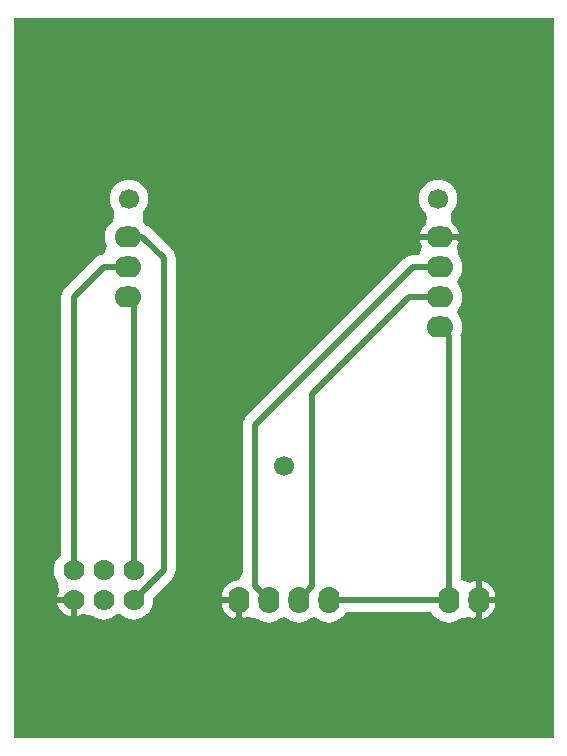
<source format=gbl>
%FSLAX25Y25*%
%MOIN*%
G70*
G01*
G75*
G04 Layer_Physical_Order=2*
G04 Layer_Color=16711680*
%ADD10C,0.02000*%
%ADD11O,0.07000X0.09000*%
%ADD12C,0.07000*%
%ADD13O,0.09000X0.07000*%
%ADD14C,0.06693*%
G36*
X280000Y100000D02*
X100000D01*
Y340000D01*
X280000D01*
Y100000D01*
D02*
G37*
%LPC*%
G36*
X119000Y145000D02*
X114584D01*
X114642Y144564D01*
X115196Y143226D01*
X116077Y142077D01*
X117226Y141196D01*
X118564Y140642D01*
X119000Y140584D01*
Y145000D01*
D02*
G37*
G36*
X260547D02*
X256000D01*
Y139584D01*
X256436Y139642D01*
X257774Y140196D01*
X258923Y141077D01*
X259804Y142226D01*
X260358Y143564D01*
X260547Y145000D01*
D02*
G37*
G36*
X174000D02*
X169453D01*
X169642Y143564D01*
X170196Y142226D01*
X171077Y141077D01*
X172226Y140196D01*
X173564Y139642D01*
X174000Y139584D01*
Y145000D01*
D02*
G37*
G36*
X248416Y265929D02*
X235584D01*
X235642Y265493D01*
X236196Y264155D01*
X236196D01*
X236196Y264155D01*
X235362Y261501D01*
X235092Y260999D01*
X235056Y260964D01*
X233000D01*
X231956Y260826D01*
X230983Y260423D01*
X230147Y259782D01*
X177647Y207282D01*
X177006Y206446D01*
X176603Y205473D01*
X176465Y204429D01*
X176465Y204429D01*
Y155380D01*
X175000Y152548D01*
X173564Y152358D01*
X172226Y151804D01*
X171077Y150923D01*
X170196Y149774D01*
X169642Y148436D01*
X169453Y147000D01*
X175000D01*
Y146000D01*
X176000D01*
Y139584D01*
X176436Y139642D01*
X177774Y140196D01*
Y140196D01*
X177774Y140196D01*
X180635Y139994D01*
X181371Y139569D01*
D01*
X181371D01*
X182501Y138966D01*
X183726Y138594D01*
X183726Y138594D01*
X183958Y138571D01*
X185000Y138469D01*
X186274Y138594D01*
X187499Y138966D01*
X188629Y139569D01*
X190000Y140205D01*
X191371Y139569D01*
X192500Y138966D01*
X193726Y138594D01*
X195000Y138469D01*
X196274Y138594D01*
X197500Y138966D01*
X198629Y139569D01*
X200000Y140205D01*
X201371Y139569D01*
X202501Y138966D01*
X203726Y138594D01*
X205000Y138469D01*
X206274Y138594D01*
X207500Y138966D01*
X208629Y139569D01*
X209618Y140382D01*
X210431Y141371D01*
X210748Y141965D01*
X239252D01*
X239569Y141371D01*
X240382Y140382D01*
X241371Y139569D01*
X242500Y138966D01*
X243726Y138594D01*
X245000Y138469D01*
X246042Y138571D01*
X246274Y138594D01*
X246274Y138594D01*
X247499Y138966D01*
X248629Y139569D01*
X248629Y139569D01*
D01*
X249364Y139994D01*
X252226Y140196D01*
X252226D01*
Y140196D01*
X252226Y140196D01*
X253564Y139642D01*
X254000Y139584D01*
Y146000D01*
Y152416D01*
X253564Y152358D01*
X252226Y151804D01*
Y151804D01*
X252226Y151804D01*
X249571Y152638D01*
X249070Y152908D01*
X249035Y152944D01*
Y233929D01*
X248982Y234331D01*
X249034Y234430D01*
X249406Y235655D01*
X249531Y236929D01*
X249406Y238203D01*
X249034Y239428D01*
X248431Y240558D01*
X247795Y241929D01*
X248431Y243300D01*
X249034Y244429D01*
X249406Y245655D01*
X249531Y246929D01*
X249406Y248203D01*
X249034Y249429D01*
X248431Y250558D01*
X247795Y251929D01*
X248431Y253300D01*
X249034Y254430D01*
X249406Y255655D01*
X249531Y256929D01*
X249429Y257971D01*
X249406Y258203D01*
X249406Y258203D01*
X249034Y259429D01*
X248431Y260558D01*
X248431Y260558D01*
D01*
X248006Y261294D01*
X247804Y264155D01*
Y264155D01*
X247804D01*
X247804Y264155D01*
X248358Y265493D01*
X248416Y265929D01*
D02*
G37*
G36*
X241529Y286127D02*
X240285Y286005D01*
X239089Y285642D01*
X237986Y285052D01*
X237020Y284259D01*
X236227Y283293D01*
X235637Y282190D01*
X235274Y280994D01*
X235152Y279750D01*
X235274Y278506D01*
X235637Y277310D01*
X236227Y276207D01*
X237020Y275241D01*
X237635Y274736D01*
X237874Y273522D01*
X237600Y271252D01*
X237077Y270852D01*
X236196Y269703D01*
X235642Y268365D01*
X235584Y267929D01*
X248416D01*
X248358Y268365D01*
X247804Y269703D01*
X246923Y270852D01*
X246014Y271549D01*
X245732Y272415D01*
X245739Y274995D01*
X246038Y275241D01*
X246831Y276207D01*
X247421Y277310D01*
X247784Y278506D01*
X247906Y279750D01*
X247784Y280994D01*
X247421Y282190D01*
X246831Y283293D01*
X246038Y284259D01*
X245072Y285052D01*
X243969Y285642D01*
X242773Y286005D01*
X241529Y286127D01*
D02*
G37*
G36*
X256000Y152416D02*
Y147000D01*
X260547D01*
X260358Y148436D01*
X259804Y149774D01*
X258923Y150923D01*
X257774Y151804D01*
X256436Y152358D01*
X256000Y152416D01*
D02*
G37*
G36*
X138471Y286127D02*
X137227Y286005D01*
X136031Y285642D01*
X134929Y285052D01*
X133962Y284259D01*
X133169Y283293D01*
X132580Y282190D01*
X132217Y280994D01*
X132094Y279750D01*
X132217Y278506D01*
X132580Y277310D01*
X133169Y276207D01*
X133499Y275805D01*
X133553Y275656D01*
X133432Y273516D01*
X133010Y272142D01*
X132382Y271626D01*
X131569Y270637D01*
X130966Y269507D01*
X130594Y268282D01*
X130469Y267008D01*
X130594Y265734D01*
X130966Y264508D01*
X131215Y264042D01*
X130387Y261915D01*
X129645Y260996D01*
X128956Y260905D01*
X127983Y260502D01*
X127147Y259861D01*
X117147Y249861D01*
X116506Y249025D01*
X116103Y248052D01*
X115965Y247008D01*
X115965Y247008D01*
Y161098D01*
X115382Y160618D01*
X114569Y159629D01*
X113966Y158500D01*
X113594Y157274D01*
X113469Y156000D01*
X113571Y154958D01*
X113594Y154726D01*
X113594Y154726D01*
X113966Y153500D01*
X114569Y152371D01*
X114569Y152371D01*
D01*
X114994Y151636D01*
X115196Y148774D01*
Y148774D01*
X115196D01*
X115196Y148774D01*
X114642Y147436D01*
X114584Y147000D01*
X120000D01*
Y146000D01*
X121000D01*
Y140584D01*
X121436Y140642D01*
X122774Y141196D01*
Y141196D01*
X122774Y141196D01*
X125636Y140994D01*
X126371Y140569D01*
D01*
X126371D01*
X127500Y139966D01*
X128726Y139594D01*
X128726Y139594D01*
X128958Y139571D01*
X130000Y139469D01*
X131274Y139594D01*
X132500Y139966D01*
X133629Y140569D01*
X134618Y141382D01*
X135382D01*
X136371Y140569D01*
X137501Y139966D01*
X138726Y139594D01*
X140000Y139469D01*
X141274Y139594D01*
X142499Y139966D01*
X143629Y140569D01*
X144618Y141382D01*
X145431Y142371D01*
X146034Y143500D01*
X146406Y144726D01*
X146531Y146000D01*
X146457Y146752D01*
X152853Y153147D01*
X152853Y153147D01*
X153494Y153983D01*
X153897Y154956D01*
X154034Y156000D01*
X154034Y156000D01*
Y260000D01*
X153897Y261044D01*
X153494Y262017D01*
X152853Y262853D01*
X145845Y269861D01*
X145010Y270502D01*
X144300Y270796D01*
X143618Y271626D01*
X143414Y271794D01*
X143235Y272134D01*
X143023Y274608D01*
X143215Y275526D01*
X143774Y276207D01*
X144363Y277310D01*
X144726Y278506D01*
X144849Y279750D01*
X144726Y280994D01*
X144363Y282190D01*
X143774Y283293D01*
X142981Y284259D01*
X142015Y285052D01*
X140912Y285642D01*
X139716Y286005D01*
X138471Y286127D01*
D02*
G37*
%LPD*%
D10*
X199500Y214500D02*
X231929Y246929D01*
X242000D01*
X199500Y150500D02*
Y214500D01*
X180500Y204429D02*
X233000Y256929D01*
X130000Y257008D02*
X138000D01*
X120000Y247008D02*
X130000Y257008D01*
X120000Y156000D02*
Y247008D01*
X150000Y156000D02*
Y260000D01*
X142992Y267008D02*
X150000Y260000D01*
X138000Y267008D02*
X142992D01*
X242000Y236929D02*
X245000Y233929D01*
Y146000D02*
Y233929D01*
X205000Y146000D02*
X245000D01*
X138000Y247008D02*
X140000Y245008D01*
Y156000D02*
Y245008D01*
Y146000D02*
X150000Y156000D01*
X120000Y140000D02*
Y146000D01*
Y140000D02*
X130000Y130000D01*
X165000D01*
X175000Y140000D01*
Y146000D01*
X184000Y131000D02*
X246000D01*
X255000Y140000D01*
Y146000D01*
X175000Y140000D02*
X184000Y131000D01*
X233000Y256929D02*
X242000D01*
X180500Y150500D02*
Y204429D01*
Y150500D02*
X185000Y146000D01*
X195000D02*
X199500Y150500D01*
X242000Y266929D02*
X248071D01*
X255000Y260000D01*
Y146000D02*
Y260000D01*
D11*
X245000Y146000D02*
D03*
X255000D02*
D03*
X175000D02*
D03*
X185000D02*
D03*
X195000D02*
D03*
X205000D02*
D03*
D12*
X140000Y156000D02*
D03*
Y146000D02*
D03*
X130000Y156000D02*
D03*
X120000D02*
D03*
Y146000D02*
D03*
X130000D02*
D03*
D13*
X138000Y257008D02*
D03*
Y247008D02*
D03*
Y267008D02*
D03*
X242000Y256929D02*
D03*
Y266929D02*
D03*
Y246929D02*
D03*
Y236929D02*
D03*
D14*
X190000Y190500D02*
D03*
X138471Y279750D02*
D03*
X241529D02*
D03*
M02*

</source>
